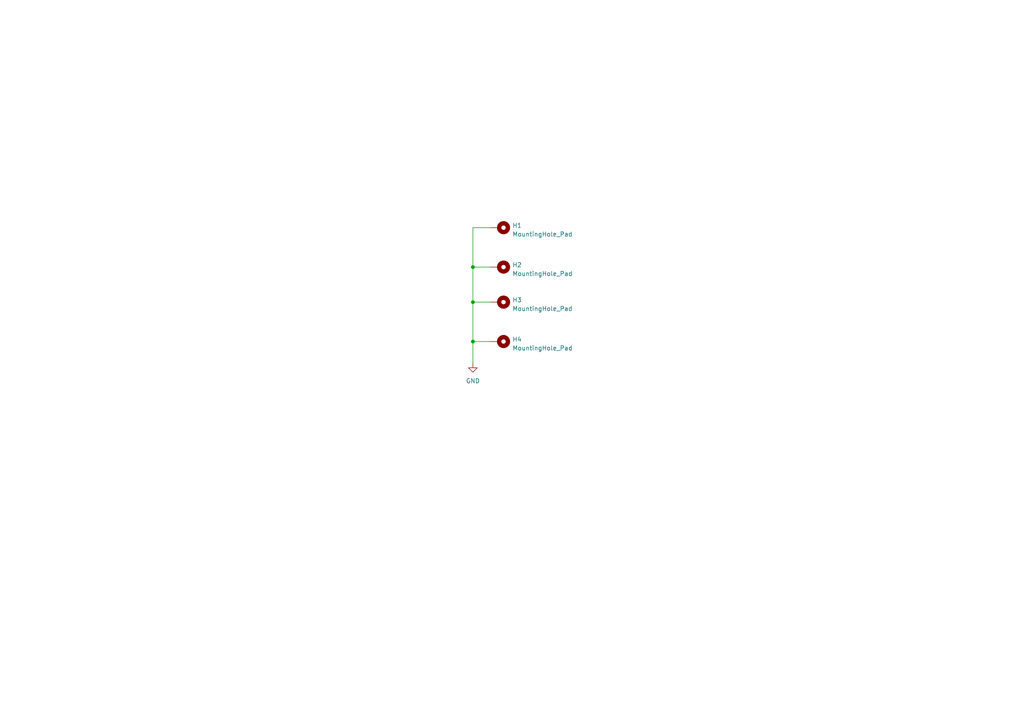
<source format=kicad_sch>
(kicad_sch (version 20230121) (generator eeschema)
  (paper "A4")
  (lib_symbols
    (symbol "Mechanical:MountingHole_Pad" (pin_numbers hide) (pin_names (offset 1.016) hide)
      (property "Reference" "H" (at 0 6.35 0))
      (property "Value" "MountingHole_Pad" (at 0 4.445 0))
      (symbol "MountingHole_Pad_0_1"
        (circle (center 0 1.27) (radius 1.27) (stroke (width 1.27)))
      )
      (symbol "MountingHole_Pad_1_1"
        (pin input line (at 0 -2.54 90) (length 2.54) (name "1") (number "1"))
      )
    )
    (symbol "power:GND" (power) (pin_names (offset 0))
      (property "Value" "GND" (at 0 -3.81 0))
      (symbol "GND_0_1"
        (polyline (pts (xy 0 0) (xy 0 -1.27) (xy 1.27 -1.27) (xy 0 -2.54) (xy -1.27 -1.27) (xy 0 -1.27)))
      )
      (symbol "GND_1_1"
        (pin power_in line (at 0 0 270) (length 0) hide (name "GND") (number "1"))
      )
    )
  )
  (junction (at 137.16 87.63))
  (junction (at 137.16 99.06))
  (junction (at 137.16 77.47))
  (wire (pts (xy 137.16 77.47) (xy 142.24 77.47)))
  (wire (pts (xy 137.16 99.06) (xy 137.16 105.41)))
  (wire (pts (xy 137.16 66.04) (xy 137.16 77.47)))
  (wire (pts (xy 137.16 77.47) (xy 137.16 87.63)))
  (wire (pts (xy 142.24 66.04) (xy 137.16 66.04)))
  (wire (pts (xy 137.16 87.63) (xy 142.24 87.63)))
  (wire (pts (xy 137.16 87.63) (xy 137.16 99.06)))
  (wire (pts (xy 137.16 99.06) (xy 142.24 99.06)))
  (symbol (lib_id "Mechanical:MountingHole_Pad") (at 144.78 66.04 270) (unit 1)
    (property "Reference" "H1" (at 148.59 65.405 90) (effects (justify left)))
    (property "Value" "MountingHole_Pad" (at 148.59 67.945 90) (effects (justify left)))
    (property "Footprint" "MountingHole:MountingHole_2.2mm_M2_DIN965_Pad" (effects hide))
  )
  (symbol (lib_id "Mechanical:MountingHole_Pad") (at 144.78 77.47 270) (unit 1)
    (property "Reference" "H2" (at 148.59 76.835 90) (effects (justify left)))
    (property "Value" "MountingHole_Pad" (at 148.59 79.375 90) (effects (justify left)))
    (property "Footprint" "MountingHole:MountingHole_2.2mm_M2_DIN965_Pad" (effects hide))
  )
  (symbol (lib_id "Mechanical:MountingHole_Pad") (at 144.78 99.06 270) (unit 1)
    (property "Reference" "H4" (at 148.59 98.425 90) (effects (justify left)))
    (property "Value" "MountingHole_Pad" (at 148.59 100.965 90) (effects (justify left)))
    (property "Footprint" "MountingHole:MountingHole_2.2mm_M2_DIN965_Pad" (effects hide))
  )
  (symbol (lib_id "Mechanical:MountingHole_Pad") (at 144.78 87.63 270) (unit 1)
    (property "Reference" "H3" (at 148.59 86.995 90) (effects (justify left)))
    (property "Value" "MountingHole_Pad" (at 148.59 89.535 90) (effects (justify left)))
    (property "Footprint" "MountingHole:MountingHole_2.2mm_M2_DIN965_Pad" (effects hide))
  )
  (symbol (lib_id "power:GND") (at 137.16 105.41 0) (unit 1)
    (property "Reference" "#PWR052" (effects hide))
    (property "Value" "GND" (at 137.16 110.49 0))
  )
)
</source>
